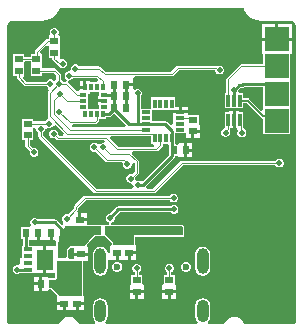
<source format=gbl>
G04*
G04 #@! TF.GenerationSoftware,Altium Limited,Altium Designer,22.10.1 (41)*
G04*
G04 Layer_Physical_Order=4*
G04 Layer_Color=16711680*
%FSLAX44Y44*%
%MOMM*%
G71*
G04*
G04 #@! TF.SameCoordinates,35C75811-A236-4261-A3B1-3B9E0A362E8F*
G04*
G04*
G04 #@! TF.FilePolarity,Positive*
G04*
G01*
G75*
%ADD12C,0.2500*%
%ADD20R,0.6000X0.7000*%
%ADD23R,0.3000X0.9900*%
%ADD25R,0.7000X0.6000*%
%ADD53R,2.0000X2.0000*%
%ADD61C,0.1100*%
%ADD63C,0.1250*%
%ADD66C,0.6000*%
%ADD67O,1.0000X2.2000*%
%ADD68O,1.0000X1.9000*%
%ADD69C,0.5000*%
%ADD75R,0.7500X0.3000*%
%ADD76R,1.4500X1.7500*%
%ADD77R,0.3000X0.8000*%
%ADD78R,0.8000X0.3000*%
%ADD79R,0.6000X0.3000*%
%ADD80R,0.3000X0.6000*%
%ADD81C,0.1650*%
G36*
X928343Y844136D02*
X929759Y841487D01*
X931664Y839164D01*
X933987Y837259D01*
X936636Y835843D01*
X939510Y834971D01*
X942500Y834676D01*
Y834696D01*
X967500D01*
X967544Y834705D01*
X969304Y834355D01*
X970833Y833333D01*
X971855Y831804D01*
X972205Y830044D01*
X972196Y830000D01*
Y580000D01*
X972165D01*
X972000Y579172D01*
X971531Y578469D01*
X970828Y578000D01*
X970000Y577835D01*
Y577804D01*
X928310D01*
X927643Y579413D01*
X926241Y581241D01*
X924413Y582643D01*
X922284Y583525D01*
X920000Y583825D01*
X920000Y583825D01*
X917716Y583525D01*
X915587Y582643D01*
X913759Y581241D01*
X912357Y579413D01*
X911691Y577804D01*
X898078D01*
X897471Y579804D01*
X897756Y579994D01*
X899137Y582061D01*
X899622Y584500D01*
Y593500D01*
X899137Y595939D01*
X897756Y598006D01*
X895689Y599387D01*
X893250Y599872D01*
X890811Y599387D01*
X888744Y598006D01*
X887363Y595939D01*
X886878Y593500D01*
Y584500D01*
X887363Y582061D01*
X888744Y579994D01*
X889028Y579804D01*
X888422Y577804D01*
X811578D01*
X810972Y579804D01*
X811256Y579994D01*
X812637Y582061D01*
X813122Y584500D01*
Y593500D01*
X812637Y595939D01*
X811256Y598006D01*
X809189Y599387D01*
X806750Y599872D01*
X804311Y599387D01*
X802244Y598006D01*
X800863Y595939D01*
X800378Y593500D01*
Y584500D01*
X800863Y582061D01*
X802244Y579994D01*
X802529Y579804D01*
X801922Y577804D01*
X788309D01*
X787643Y579413D01*
X786241Y581241D01*
X784413Y582643D01*
X782284Y583525D01*
X780000Y583825D01*
X777716Y583525D01*
X775587Y582643D01*
X773759Y581241D01*
X772357Y579413D01*
X771690Y577804D01*
X730000Y577804D01*
Y577835D01*
X729172Y578000D01*
X728469Y578469D01*
X728000Y579172D01*
X727835Y580000D01*
X727804D01*
Y830000D01*
X727795Y830044D01*
X728145Y831804D01*
X729167Y833333D01*
X730696Y834355D01*
X732456Y834705D01*
X732500Y834696D01*
X757500D01*
Y834676D01*
X760490Y834971D01*
X763364Y835843D01*
X766013Y837259D01*
X768336Y839164D01*
X770241Y841487D01*
X771657Y844136D01*
X772071Y845500D01*
X927929D01*
X928343Y844136D01*
D02*
G37*
%LPC*%
G36*
X768251Y828568D02*
X766760D01*
X765381Y827997D01*
X764326Y826942D01*
X763756Y825564D01*
Y824072D01*
X763889Y823750D01*
X762750Y821750D01*
X762750D01*
Y819335D01*
X762070D01*
X761368Y819195D01*
X760772Y818798D01*
X751508Y809533D01*
X751110Y808938D01*
X750971Y808236D01*
Y806750D01*
X747750D01*
Y804335D01*
X742250D01*
Y806750D01*
X732750D01*
Y798750D01*
X732750Y798250D01*
Y796750D01*
X732750Y796250D01*
Y788250D01*
X735665D01*
Y786918D01*
X735804Y786216D01*
X736202Y785621D01*
X741962Y779861D01*
X742557Y779463D01*
X743260Y779323D01*
X761078D01*
X761197Y779034D01*
X762252Y777980D01*
X762417Y777911D01*
X762895Y775561D01*
X762482Y775147D01*
X762084Y774552D01*
X761944Y773850D01*
Y753895D01*
X762084Y753193D01*
X762147Y753098D01*
X761831Y751415D01*
X761477Y750773D01*
X761249Y750679D01*
X760194Y749624D01*
X760074Y749335D01*
X749750D01*
Y751750D01*
X740250D01*
Y743750D01*
X740250Y743250D01*
Y741750D01*
X740250Y741250D01*
Y733250D01*
X743165D01*
Y728785D01*
X743305Y728083D01*
X743702Y727488D01*
X746871Y724319D01*
X746752Y724030D01*
Y722538D01*
X747322Y721160D01*
X748377Y720105D01*
X749756Y719534D01*
X751247D01*
X752626Y720105D01*
X753681Y721160D01*
X754252Y722538D01*
Y724030D01*
X753681Y725408D01*
X752626Y726463D01*
X751247Y727034D01*
X749756D01*
X749467Y726914D01*
X746835Y729546D01*
Y733250D01*
X749750D01*
Y741250D01*
X749750Y741750D01*
Y743250D01*
X749750Y743665D01*
X749782Y743974D01*
X750525Y744233D01*
X752375Y742759D01*
Y742379D01*
X752946Y741001D01*
X754001Y739946D01*
X754213Y739858D01*
Y736875D01*
X754359Y736143D01*
X754773Y735523D01*
X801195Y689101D01*
X801815Y688687D01*
X802547Y688541D01*
X852008D01*
X852739Y688687D01*
X853360Y689101D01*
X876523Y712265D01*
X954724D01*
X954812Y712052D01*
X955867Y710997D01*
X957245Y710426D01*
X958737D01*
X960116Y710997D01*
X961171Y712052D01*
X961741Y713430D01*
Y714922D01*
X961171Y716301D01*
X960116Y717355D01*
X958737Y717926D01*
X957245D01*
X955867Y717355D01*
X954812Y716301D01*
X954724Y716088D01*
X875731D01*
X874999Y715943D01*
X874379Y715528D01*
X851216Y692365D01*
X846369D01*
X845540Y694365D01*
X869186Y718011D01*
X869739Y718838D01*
X869933Y719813D01*
X870370Y720250D01*
X871994D01*
X873460Y718960D01*
X874716Y718960D01*
X877730D01*
Y725000D01*
Y731040D01*
X873460D01*
X872071Y729817D01*
X870250Y730376D01*
Y739750D01*
X878960D01*
Y735460D01*
X883730D01*
Y741000D01*
X885000D01*
Y742270D01*
X891040D01*
Y746540D01*
X889750Y746750D01*
Y755250D01*
X881040D01*
Y756230D01*
X874500D01*
X867960D01*
Y753460D01*
X867960D01*
Y751540D01*
X867960D01*
Y746832D01*
X866112Y746067D01*
X862877Y749302D01*
X862050Y749855D01*
X861074Y750049D01*
X850750D01*
Y759250D01*
X867960D01*
Y758770D01*
X873230D01*
Y761540D01*
X870250D01*
Y769750D01*
X849750D01*
Y760250D01*
X840799D01*
Y770388D01*
X841429Y771018D01*
X842000Y772397D01*
Y773888D01*
X841429Y775267D01*
X840374Y776322D01*
X838996Y776893D01*
X837504D01*
X836126Y776322D01*
X836040Y776236D01*
X834040Y777064D01*
Y779230D01*
X828500D01*
Y781770D01*
X834040D01*
Y785582D01*
X834040Y786540D01*
X835608Y787582D01*
X867378D01*
X868110Y787728D01*
X868730Y788142D01*
X873224Y792636D01*
X903815D01*
Y792171D01*
X904386Y790793D01*
X905441Y789738D01*
X906820Y789167D01*
X908311D01*
X909690Y789738D01*
X910744Y790793D01*
X911315Y792171D01*
Y793663D01*
X910744Y795041D01*
X909690Y796096D01*
X908311Y796667D01*
X906820D01*
X905796Y796243D01*
X905690Y796314D01*
X904958Y796460D01*
X872432D01*
X871701Y796314D01*
X871080Y795900D01*
X866586Y791406D01*
X811088D01*
X807135Y795359D01*
X806515Y795773D01*
X805783Y795919D01*
X788868D01*
X788781Y796131D01*
X787726Y797186D01*
X786347Y797757D01*
X784855D01*
X783477Y797186D01*
X782422Y796131D01*
X781851Y794753D01*
Y793677D01*
X781502Y792957D01*
X780261Y791874D01*
X779485D01*
X778107Y791303D01*
X777052Y790248D01*
X776481Y788870D01*
Y787378D01*
X777052Y786000D01*
X777926Y785126D01*
X778186Y784639D01*
X776839Y782807D01*
X774983D01*
X774863Y783096D01*
X773808Y784151D01*
X773133Y784431D01*
Y789108D01*
X772993Y789811D01*
X772595Y790406D01*
X769204Y793798D01*
X768608Y794196D01*
X767906Y794335D01*
X757456D01*
X757250Y796335D01*
X757250Y798250D01*
X757250Y798750D01*
Y806750D01*
X756744D01*
X755916Y808750D01*
X760986Y813821D01*
X762750Y813091D01*
Y811750D01*
X762750Y811250D01*
Y803250D01*
X765695D01*
Y802398D01*
X765835Y801695D01*
X766232Y801100D01*
X770113Y797219D01*
X770709Y796821D01*
X771364Y796691D01*
X771609Y796100D01*
X772664Y795045D01*
X774042Y794474D01*
X775534D01*
X776912Y795045D01*
X777967Y796100D01*
X778538Y797479D01*
Y798970D01*
X777967Y800349D01*
X776912Y801404D01*
X775534Y801974D01*
X774042D01*
X773675Y801823D01*
X772212Y803150D01*
X772250Y803250D01*
X772250D01*
Y811250D01*
X772250Y811750D01*
Y813250D01*
X772250Y813750D01*
Y821750D01*
X772250D01*
X771122Y823750D01*
X771256Y824072D01*
Y825564D01*
X770685Y826942D01*
X769630Y827997D01*
X768251Y828568D01*
D02*
G37*
G36*
X968540Y831540D02*
X957270D01*
Y820270D01*
X968540D01*
Y831540D01*
D02*
G37*
G36*
X954730D02*
X943460D01*
Y820270D01*
X954730D01*
Y831540D01*
D02*
G37*
G36*
X881040Y761540D02*
X875770D01*
Y758770D01*
X881040D01*
Y761540D01*
D02*
G37*
G36*
X956000Y819000D02*
D01*
Y817730D01*
X943460D01*
Y806460D01*
X944750D01*
Y797835D01*
X926072D01*
X925370Y797696D01*
X924775Y797298D01*
X913705Y786228D01*
X913307Y785633D01*
X913167Y784930D01*
Y773250D01*
X912250D01*
Y760850D01*
X927750D01*
Y764934D01*
X930548D01*
X942996Y752487D01*
X943682Y752029D01*
X944492Y751868D01*
X944750D01*
Y738750D01*
X967250D01*
Y761250D01*
X967250D01*
Y761750D01*
X967250D01*
Y784250D01*
X967250D01*
Y784750D01*
X967250D01*
Y806460D01*
X968540D01*
Y817730D01*
X956000D01*
Y819000D01*
D02*
G37*
G36*
X918730Y758440D02*
X915960D01*
Y757150D01*
X912250D01*
Y744750D01*
X911086Y743232D01*
X910568Y743017D01*
X909513Y741963D01*
X908943Y740584D01*
Y739092D01*
X909513Y737714D01*
X910568Y736659D01*
X911947Y736088D01*
X913438D01*
X914817Y736659D01*
X915872Y737714D01*
X916443Y739092D01*
Y740584D01*
X916014Y741619D01*
X916298Y741903D01*
X916696Y742499D01*
X916835Y743201D01*
Y743460D01*
X918730D01*
Y750950D01*
Y758440D01*
D02*
G37*
G36*
X924040D02*
X921270D01*
Y750950D01*
Y743460D01*
X922106D01*
X922625Y742700D01*
X923122Y741460D01*
X922683Y740402D01*
Y738910D01*
X923254Y737532D01*
X924309Y736477D01*
X925687Y735906D01*
X927179D01*
X928558Y736477D01*
X929612Y737532D01*
X930183Y738910D01*
Y740402D01*
X929612Y741780D01*
X928558Y742835D01*
X928369Y742913D01*
X927750Y744750D01*
X927750Y744750D01*
X927750Y744750D01*
Y757150D01*
X924040D01*
Y758440D01*
D02*
G37*
G36*
X891040Y739730D02*
X886270D01*
Y735460D01*
X891040D01*
Y739730D01*
D02*
G37*
G36*
X880270Y731040D02*
Y726270D01*
X884540D01*
Y731040D01*
X880270D01*
D02*
G37*
G36*
X884540Y723730D02*
X880270D01*
Y718960D01*
X884540D01*
Y723730D01*
D02*
G37*
G36*
X869405Y688295D02*
X867913D01*
X866535Y687724D01*
X865480Y686669D01*
X865392Y686457D01*
X793725D01*
X792994Y686311D01*
X792373Y685897D01*
X784870Y678393D01*
X784455Y677773D01*
X784310Y677041D01*
Y676013D01*
X778958Y670662D01*
X778746Y670750D01*
X777254D01*
X775876Y670179D01*
X774821Y669124D01*
X774250Y667746D01*
Y666254D01*
X774821Y664876D01*
X775090Y664607D01*
X775010Y662180D01*
X774370Y661685D01*
X773670Y661883D01*
X769750Y665802D01*
X768923Y666355D01*
X767948Y666549D01*
X753754D01*
X753124Y667179D01*
X751746Y667750D01*
X750254D01*
X748876Y667179D01*
X747821Y666124D01*
X747250Y664746D01*
Y663254D01*
X747821Y661876D01*
X747947Y661750D01*
X747118Y659750D01*
X739750D01*
Y650250D01*
X741451D01*
Y643750D01*
X740254D01*
Y638250D01*
X740254D01*
Y637900D01*
X740254D01*
Y633390D01*
X738964D01*
Y629000D01*
X736964Y627664D01*
X736912Y627685D01*
X735421D01*
X734042Y627114D01*
X732987Y626059D01*
X732416Y624681D01*
Y623189D01*
X732987Y621811D01*
X734042Y620756D01*
X735421Y620185D01*
X736912D01*
X738291Y620756D01*
X740254Y620750D01*
Y620750D01*
X750254D01*
Y620960D01*
X758484D01*
Y632250D01*
Y643540D01*
X750254D01*
Y643750D01*
X746549D01*
Y648745D01*
X748460Y648960D01*
X748460Y648960D01*
X752730D01*
Y655000D01*
X755270D01*
Y648960D01*
X763730D01*
Y655000D01*
X766270D01*
Y648960D01*
X768218D01*
X768671Y648425D01*
X769321Y646960D01*
X769118Y646471D01*
Y643540D01*
X761023D01*
Y632250D01*
Y620960D01*
X768647D01*
X768647Y617159D01*
X768238Y616750D01*
X763006D01*
X761540Y618040D01*
X760284Y618040D01*
X757270D01*
Y612000D01*
Y605960D01*
X761540D01*
X763006Y607250D01*
X764837D01*
X769668Y602419D01*
X769960Y600540D01*
X769960Y599284D01*
Y596270D01*
X776000D01*
Y595000D01*
X777270D01*
Y589460D01*
X785730D01*
Y595000D01*
X787000D01*
Y596270D01*
X793040D01*
Y599284D01*
X793040Y600540D01*
X792353Y602255D01*
X792353Y602540D01*
Y631460D01*
X796040D01*
Y635730D01*
X790000D01*
X783960D01*
Y632850D01*
X780385D01*
X779353Y634573D01*
Y640440D01*
X781653Y642740D01*
X782043D01*
X783960Y642540D01*
Y638270D01*
X790000D01*
X796040D01*
Y642540D01*
X796040D01*
X795498Y644540D01*
X802104Y652134D01*
X807000D01*
X807280Y652250D01*
X808250Y652250D01*
X810429Y652250D01*
X816187Y646872D01*
X816187Y645032D01*
X814960Y643540D01*
X814960Y642284D01*
Y638014D01*
X812960Y637817D01*
X812637Y639439D01*
X811256Y641506D01*
X809189Y642887D01*
X806750Y643372D01*
X804311Y642887D01*
X802244Y641506D01*
X800863Y639439D01*
X800378Y637000D01*
Y625000D01*
X800863Y622561D01*
X802244Y620494D01*
X804311Y619113D01*
X806750Y618628D01*
X809189Y619113D01*
X811256Y620494D01*
X812637Y622561D01*
X813122Y625000D01*
Y632068D01*
X814960Y632460D01*
X815123Y632460D01*
X819730D01*
Y638000D01*
X822270D01*
Y632460D01*
X829730D01*
Y638000D01*
X831000D01*
Y639270D01*
X837040D01*
Y642284D01*
X837040Y643540D01*
X836353Y645255D01*
X836353Y645540D01*
Y651552D01*
X876424D01*
X876894Y651747D01*
X877367Y651935D01*
X877371Y651945D01*
X877381Y651949D01*
X877576Y652418D01*
X877777Y652886D01*
X877874Y659516D01*
X877872Y659520D01*
X877874Y659525D01*
X877681Y660001D01*
X877492Y660478D01*
X877487Y660480D01*
X877485Y660485D01*
X876593Y661390D01*
X876589Y661392D01*
X876587Y661397D01*
X876112Y661593D01*
X875640Y661793D01*
X875635Y661791D01*
X875630Y661793D01*
X815850D01*
X815746Y663750D01*
X816154Y663919D01*
X817124Y664321D01*
X818179Y665376D01*
X818750Y666754D01*
Y668149D01*
X823052Y672451D01*
X866246D01*
X866876Y671821D01*
X868254Y671250D01*
X869746D01*
X871124Y671821D01*
X872179Y672876D01*
X872750Y674254D01*
Y675746D01*
X872179Y677124D01*
X871124Y678179D01*
X869746Y678750D01*
X868254D01*
X866876Y678179D01*
X866246Y677549D01*
X821997D01*
X821021Y677355D01*
X820194Y676802D01*
X814642Y671250D01*
X814254D01*
X812876Y670679D01*
X811821Y669624D01*
X811250Y668246D01*
Y666754D01*
X811821Y665376D01*
X812876Y664321D01*
X813846Y663919D01*
X814254Y663750D01*
X814150Y661793D01*
X811000D01*
X810897Y661750D01*
X809750Y661750D01*
X808250D01*
X807750Y661750D01*
X807134D01*
X807000Y661805D01*
X795040D01*
Y664730D01*
X789000D01*
Y666000D01*
X787730D01*
Y671846D01*
X787091Y673388D01*
X787573Y673870D01*
X787988Y674490D01*
X788133Y675221D01*
Y676249D01*
X794517Y682633D01*
X865392D01*
X865480Y682421D01*
X866535Y681366D01*
X867913Y680795D01*
X869405D01*
X870783Y681366D01*
X871838Y682421D01*
X872409Y683799D01*
Y685291D01*
X871838Y686669D01*
X870783Y687724D01*
X869405Y688295D01*
D02*
G37*
G36*
X795040Y671540D02*
X790270D01*
Y667270D01*
X795040D01*
Y671540D01*
D02*
G37*
G36*
X837040Y636730D02*
X832270D01*
Y632460D01*
X837040D01*
Y636730D01*
D02*
G37*
G36*
X879845Y630250D02*
X878155D01*
X876593Y629603D01*
X875397Y628407D01*
X874750Y626845D01*
Y625155D01*
X875397Y623593D01*
X876593Y622397D01*
X878155Y621750D01*
X879845D01*
X881407Y622397D01*
X882603Y623593D01*
X883250Y625155D01*
Y626845D01*
X882603Y628407D01*
X881407Y629603D01*
X879845Y630250D01*
D02*
G37*
G36*
X821845D02*
X820155D01*
X818593Y629603D01*
X817397Y628407D01*
X816750Y626845D01*
Y625155D01*
X817397Y623593D01*
X818593Y622397D01*
X820155Y621750D01*
X821845D01*
X823407Y622397D01*
X824603Y623593D01*
X825250Y625155D01*
Y626845D01*
X824603Y628407D01*
X823407Y629603D01*
X821845Y630250D01*
D02*
G37*
G36*
X893250Y643372D02*
X890811Y642887D01*
X888744Y641506D01*
X887363Y639439D01*
X886878Y637000D01*
Y625000D01*
X887363Y622561D01*
X888744Y620494D01*
X890811Y619113D01*
X893250Y618628D01*
X895689Y619113D01*
X897756Y620494D01*
X899137Y622561D01*
X899622Y625000D01*
Y637000D01*
X899137Y639439D01*
X897756Y641506D01*
X895689Y642887D01*
X893250Y643372D01*
D02*
G37*
G36*
X754730Y618040D02*
X750460D01*
Y613270D01*
X754730D01*
Y618040D01*
D02*
G37*
G36*
X838246Y628750D02*
X836754D01*
X835376Y628179D01*
X834321Y627124D01*
X833750Y625746D01*
Y624254D01*
X834321Y622876D01*
X835376Y621821D01*
X835665Y621701D01*
Y619250D01*
X832750D01*
Y612006D01*
X831460Y610540D01*
X831460Y609284D01*
Y606270D01*
X837500D01*
X843540D01*
Y610540D01*
X842250Y612006D01*
Y619250D01*
X839335D01*
Y621701D01*
X839624Y621821D01*
X840679Y622876D01*
X841250Y624254D01*
Y625746D01*
X840679Y627124D01*
X839624Y628179D01*
X838246Y628750D01*
D02*
G37*
G36*
X754730Y610730D02*
X750460D01*
Y605960D01*
X754730D01*
Y610730D01*
D02*
G37*
G36*
X865739Y628867D02*
X864247D01*
X862869Y628296D01*
X861814Y627241D01*
X861243Y625863D01*
Y624371D01*
X861814Y622993D01*
X862869Y621938D01*
X863158Y621818D01*
Y619250D01*
X860250D01*
Y612006D01*
X858960Y610540D01*
X858960Y609284D01*
Y606270D01*
X865000D01*
Y605000D01*
D01*
Y606270D01*
X871040D01*
Y610540D01*
X869750Y612006D01*
Y619250D01*
X866828D01*
Y621818D01*
X867117Y621938D01*
X868172Y622993D01*
X868743Y624371D01*
Y625863D01*
X868172Y627241D01*
X867117Y628296D01*
X865739Y628867D01*
D02*
G37*
G36*
X871040Y603730D02*
X866270D01*
Y599460D01*
X871040D01*
Y603730D01*
D02*
G37*
G36*
X863730D02*
X858960D01*
Y599460D01*
X863730D01*
Y603730D01*
D02*
G37*
G36*
X843540Y603730D02*
X838770D01*
Y599460D01*
X843540D01*
Y603730D01*
D02*
G37*
G36*
X836230D02*
X831460D01*
Y599460D01*
X836230D01*
Y603730D01*
D02*
G37*
G36*
X793040Y593730D02*
X788270D01*
Y589460D01*
X793040D01*
Y593730D01*
D02*
G37*
G36*
X774730Y593730D02*
X769960D01*
Y589460D01*
X774730D01*
Y593730D01*
D02*
G37*
%LPD*%
G36*
X747750Y798665D02*
X747750Y796750D01*
X747750Y796250D01*
Y788250D01*
X757250D01*
Y790665D01*
X767146D01*
X769462Y788348D01*
Y784441D01*
X767669Y783554D01*
X766817Y784022D01*
X766501Y784338D01*
X765122Y784909D01*
X763631D01*
X762252Y784338D01*
X761197Y783283D01*
X761078Y782994D01*
X744020D01*
X740764Y786250D01*
X741592Y788250D01*
X742250D01*
Y796250D01*
X742250Y796750D01*
Y798250D01*
X742250Y798665D01*
X742456Y800665D01*
X747544D01*
X747750Y798665D01*
D02*
G37*
G36*
X804972Y784750D02*
X804144Y782750D01*
X797540D01*
Y784040D01*
X794770D01*
Y778500D01*
X793500D01*
Y777230D01*
X789460D01*
Y775689D01*
X787460Y774855D01*
X786012Y775382D01*
X779747Y781647D01*
X779356Y782038D01*
X779072Y782585D01*
X780445Y784374D01*
X780977D01*
X782355Y784945D01*
X783410Y786000D01*
X783530Y786289D01*
X803433D01*
X804972Y784750D01*
D02*
G37*
G36*
X805750Y771040D02*
X804460D01*
Y768270D01*
X810000D01*
Y765730D01*
X804460D01*
Y762960D01*
X805750D01*
Y759750D01*
X796250D01*
Y764250D01*
Y769250D01*
Y772960D01*
X797540D01*
Y774250D01*
X805750D01*
Y771040D01*
D02*
G37*
G36*
X828560Y746335D02*
X827731Y744335D01*
X782876D01*
X782401Y745011D01*
X783439Y747010D01*
X801848D01*
X802551Y747150D01*
X803146Y747548D01*
X804793Y749195D01*
X805191Y749791D01*
X805331Y750493D01*
Y751250D01*
X811250D01*
Y752951D01*
X814000D01*
X814975Y753145D01*
X815802Y753698D01*
X817855Y755750D01*
X819145D01*
X828560Y746335D01*
D02*
G37*
G36*
X775615Y739464D02*
X774787Y737464D01*
X772684D01*
X770837Y738004D01*
Y739496D01*
X770266Y740874D01*
X769211Y741929D01*
X767833Y742500D01*
X766341D01*
X764962Y741929D01*
X763907Y740874D01*
X763337Y739496D01*
Y738004D01*
X763907Y736626D01*
X764962Y735571D01*
X766341Y735000D01*
X767833D01*
X768161Y735136D01*
X769096Y734200D01*
X769717Y733786D01*
X770448Y733640D01*
X809970D01*
X810335Y733106D01*
X810170Y732610D01*
X809174Y731259D01*
X808230D01*
X806852Y730688D01*
X806430Y730265D01*
X805024Y729918D01*
X803920Y730327D01*
X803411Y730835D01*
X802033Y731406D01*
X800541D01*
X799163Y730835D01*
X798108Y729781D01*
X797537Y728402D01*
Y726910D01*
X798108Y725532D01*
X799163Y724477D01*
X800541Y723906D01*
X802033D01*
X802087Y723929D01*
X810569Y715446D01*
X811189Y715032D01*
X811921Y714886D01*
X823870D01*
X825621Y713887D01*
Y712395D01*
X826192Y711017D01*
X827247Y709962D01*
X828625Y709391D01*
X830117D01*
X831495Y709962D01*
X832550Y711017D01*
X833121Y712395D01*
Y713460D01*
X834214Y714300D01*
X834969Y714585D01*
X835588Y714132D01*
Y706792D01*
X833458Y704662D01*
X833246Y704750D01*
X831754D01*
X830376Y704179D01*
X829321Y703124D01*
X828750Y701746D01*
Y700254D01*
X829321Y698876D01*
X830376Y697821D01*
X831754Y697250D01*
X832903D01*
X833653Y696778D01*
X834620Y695654D01*
Y694676D01*
X834749Y694365D01*
X833511Y692365D01*
X803339D01*
X758037Y737667D01*
Y739858D01*
X758249Y739946D01*
X759304Y741001D01*
X759875Y742379D01*
Y742890D01*
X760254Y743285D01*
X761780Y744101D01*
X762627Y743750D01*
X764119D01*
X765498Y744321D01*
X766552Y745376D01*
X766647Y745604D01*
X768971Y746108D01*
X775615Y739464D01*
D02*
G37*
G36*
X849750Y730250D02*
X850905D01*
X851974Y728250D01*
X851741Y727902D01*
X821802D01*
X814465Y735238D01*
X815294Y737238D01*
X849750D01*
Y730250D01*
D02*
G37*
G36*
X864750Y729750D02*
Y720784D01*
X842776Y698811D01*
X840494Y698601D01*
X839116Y699172D01*
X837967D01*
X837217Y699644D01*
X836250Y700768D01*
Y701746D01*
X836162Y701958D01*
X838852Y704648D01*
X839266Y705268D01*
X839412Y706000D01*
Y715500D01*
X839266Y716232D01*
X838852Y716852D01*
X833625Y722078D01*
X834454Y724078D01*
X853990D01*
X854721Y724224D01*
X855342Y724638D01*
X858852Y728148D01*
X859266Y728768D01*
X859412Y729500D01*
Y730250D01*
X862957D01*
X864750Y729750D01*
D02*
G37*
%LPC*%
G36*
X792230Y784040D02*
X789460D01*
Y779770D01*
X792230D01*
Y784040D01*
D02*
G37*
%LPD*%
G36*
X944750Y761750D02*
X944750D01*
Y761250D01*
X944750D01*
Y759330D01*
X942902Y758565D01*
X932921Y768546D01*
X932234Y769005D01*
X931425Y769166D01*
X927750D01*
Y773250D01*
X924546D01*
X923274Y775250D01*
X923379Y775504D01*
Y775719D01*
X925298Y777638D01*
X926299D01*
X927274Y777832D01*
X928102Y778384D01*
X928130Y778413D01*
X944750D01*
Y761750D01*
D02*
G37*
G36*
X807000Y653487D02*
X801487D01*
X793316Y644093D01*
X781093D01*
X778000Y641000D01*
Y634573D01*
X770471D01*
Y646471D01*
X772000Y648000D01*
Y652736D01*
X772708Y653029D01*
X773270Y653149D01*
X774025Y652645D01*
X775000Y652451D01*
X775975Y652645D01*
X776802Y653198D01*
X777355Y654025D01*
X777549Y655000D01*
X777355Y655975D01*
X776802Y656802D01*
X775799Y657806D01*
Y658698D01*
X775703Y659183D01*
X776387Y660278D01*
X776612Y660452D01*
X807000D01*
Y653487D01*
D02*
G37*
G36*
X876521Y659535D02*
X876424Y652905D01*
X835000D01*
Y645000D01*
X817540D01*
Y647460D01*
X811000Y653568D01*
Y660440D01*
X875630D01*
X876521Y659535D01*
D02*
G37*
G36*
X791000Y602000D02*
X772000D01*
X765000Y609000D01*
Y615000D01*
X768402D01*
X770000Y616598D01*
X770000Y624000D01*
Y631497D01*
X791000D01*
Y602000D01*
D02*
G37*
D12*
X736166Y623935D02*
X736384Y623717D01*
X745036D01*
X745254Y623500D01*
X744000Y641250D02*
Y655000D01*
X744250Y641000D02*
X745254D01*
X744000Y641250D02*
X744250Y641000D01*
X919629Y776250D02*
X919815Y776065D01*
Y767235D02*
Y776065D01*
X924242Y780187D02*
X926299D01*
X927074Y780962D01*
X919815Y767235D02*
X920000Y767050D01*
X920306Y776250D02*
X924242Y780187D01*
X919629Y776250D02*
X920306D01*
X828500Y770500D02*
Y780500D01*
Y760500D02*
Y770500D01*
X815000Y668003D02*
X821997Y675000D01*
X815000Y667500D02*
Y668003D01*
X821997Y675000D02*
X869000D01*
X814000Y755500D02*
X818500Y760000D01*
Y760500D02*
Y770500D01*
X808500Y755500D02*
X814000D01*
X867517Y727983D02*
X870000Y725500D01*
X867517Y727983D02*
Y735483D01*
X818500Y760000D02*
Y760500D01*
X773250Y656750D02*
X775000Y655000D01*
X767948Y664000D02*
X773250Y658698D01*
X751000Y664000D02*
X767948D01*
X773250Y656750D02*
Y658698D01*
X867385Y735614D02*
X867447Y735553D01*
X867385Y735614D02*
Y741189D01*
X861074Y747500D02*
X867385Y741189D01*
X845500Y747500D02*
X861074D01*
X838250D02*
X845500D01*
X831000D02*
X838250D01*
Y773143D01*
X927074Y780962D02*
X948038D01*
X956000Y773000D01*
X810250Y771750D02*
X817250D01*
X818500Y770500D01*
X810000Y772000D02*
X810250Y771750D01*
X818500Y770500D02*
Y780500D01*
Y760000D02*
X831000Y747500D01*
X842993Y695422D02*
X867384Y719813D01*
X838370Y695422D02*
X842993D01*
X867384Y723384D02*
X869000Y725000D01*
X867384Y719813D02*
Y723384D01*
D20*
X744000Y655000D02*
D03*
X754000D02*
D03*
X818500Y760500D02*
D03*
X828500D02*
D03*
X818500Y780500D02*
D03*
X828500D02*
D03*
X818500Y770500D02*
D03*
X828500D02*
D03*
X869000Y725000D02*
D03*
X879000D02*
D03*
X766000Y612000D02*
D03*
X756000D02*
D03*
X775000Y655000D02*
D03*
X765000D02*
D03*
X804000Y657000D02*
D03*
X814000D02*
D03*
D23*
X925000Y750950D02*
D03*
X920000D02*
D03*
X915000D02*
D03*
Y767050D02*
D03*
X920000D02*
D03*
X925000D02*
D03*
D25*
X767500Y807500D02*
D03*
Y817500D02*
D03*
X752500Y792500D02*
D03*
Y802500D02*
D03*
X737500Y792500D02*
D03*
Y802500D02*
D03*
X745000Y737500D02*
D03*
Y747500D02*
D03*
X821000Y638000D02*
D03*
Y648000D02*
D03*
X776000Y595000D02*
D03*
Y605000D02*
D03*
X787000Y595000D02*
D03*
Y605000D02*
D03*
X885000Y741000D02*
D03*
Y751000D02*
D03*
X790000Y647000D02*
D03*
Y637000D02*
D03*
X789000Y656000D02*
D03*
Y666000D02*
D03*
X831000Y648000D02*
D03*
Y638000D02*
D03*
X865000Y605000D02*
D03*
Y615000D02*
D03*
X837500Y605000D02*
D03*
Y615000D02*
D03*
D53*
X956000Y750000D02*
D03*
Y773000D02*
D03*
Y819000D02*
D03*
Y796000D02*
D03*
D61*
X745000Y728785D02*
Y737500D01*
Y728785D02*
X750502Y723284D01*
X915003Y784930D02*
X926072Y796000D01*
X915003Y767053D02*
Y784930D01*
X745000Y747500D02*
X763373D01*
X745000Y747500D02*
X745000Y747500D01*
X763779Y753895D02*
Y773850D01*
X778601Y739074D02*
X850582D01*
X763779Y753895D02*
X778601Y739074D01*
X763779Y773850D02*
X770902Y780972D01*
X752500Y792500D02*
X767906D01*
X771298Y781268D02*
Y789108D01*
X767906Y792500D02*
X771298Y789108D01*
X770902Y780972D02*
X777826D01*
X786798Y772000D01*
X752806Y808236D02*
X762070Y817500D01*
X752500Y802500D02*
X752806Y802806D01*
Y808236D01*
X762070Y817500D02*
X767076D01*
Y817924D02*
X767500Y817500D01*
X737500Y802500D02*
X752500D01*
X767076Y824388D02*
X767506Y824818D01*
X767076Y817924D02*
Y824388D01*
X767530Y802398D02*
X771411Y798517D01*
X774496D02*
X774788Y798224D01*
X771411Y798517D02*
X774496D01*
X767530Y802398D02*
Y807500D01*
X737500Y786918D02*
Y792500D01*
X743260Y781159D02*
X764376D01*
X737500Y786918D02*
X743260Y781159D01*
X767348Y756058D02*
Y767681D01*
X772167Y772500D01*
X767348Y756058D02*
X780906Y742500D01*
X786798Y772000D02*
X792000D01*
X850582Y739074D02*
X850706Y738950D01*
X851550D02*
X852500Y738000D01*
X850706Y738950D02*
X851550D01*
X852500Y735500D02*
Y738000D01*
X780906Y742500D02*
X845500D01*
X772500Y772500D02*
X778000Y767000D01*
X792000D01*
X804193Y788124D02*
X808614Y783703D01*
X780231Y788124D02*
X804193D01*
X771987Y757500D02*
X780641Y748846D01*
X801848D02*
X803496Y750493D01*
X780641Y748846D02*
X801848D01*
X803496Y750493D02*
Y755496D01*
X808614Y778614D02*
Y783703D01*
X808500Y778500D02*
X808614Y778614D01*
X915000Y743201D02*
Y750950D01*
X912693Y740894D02*
X915000Y743201D01*
X912693Y739838D02*
Y740894D01*
X925000Y750950D02*
X925717Y750233D01*
Y740373D02*
X926433Y739656D01*
X925717Y740373D02*
Y750233D01*
X926072Y796000D02*
X956000D01*
X864993Y615007D02*
Y625117D01*
Y615007D02*
X865000Y615000D01*
X837500D02*
Y625000D01*
D63*
X821010Y725990D02*
X853990D01*
X857500Y729500D01*
X811448Y735552D02*
X821010Y725990D01*
X808976Y727509D02*
X814485Y722000D01*
X831000D02*
X837500Y715500D01*
X814485Y722000D02*
X831000D01*
X872432Y794548D02*
X904958D01*
X906589Y792917D01*
X907565D01*
X756125Y736875D02*
Y743125D01*
X767250Y738750D02*
X770448Y735552D01*
X811448D01*
X811921Y716798D02*
X826369D01*
X801287Y727432D02*
X811921Y716798D01*
X801287Y727432D02*
Y727656D01*
X837500Y706000D02*
Y715500D01*
X785601Y794007D02*
X805783D01*
X810296Y789494D02*
X867378D01*
X872432Y794548D01*
X805783Y794007D02*
X810296Y789494D01*
X875731Y714176D02*
X957991D01*
X802547Y690453D02*
X852008D01*
X875731Y714176D01*
X778000Y667000D02*
X786221Y675221D01*
Y677041D02*
X793725Y684545D01*
X786221Y675221D02*
Y677041D01*
X793725Y684545D02*
X868659D01*
X756125Y736875D02*
X802547Y690453D01*
X832500Y701000D02*
X837500Y706000D01*
X767087Y738750D02*
X767250D01*
X883500Y752500D02*
X885000Y751000D01*
X874500Y752500D02*
X883500D01*
X857500Y729500D02*
Y735500D01*
X826369Y716798D02*
X829371Y713796D01*
Y713141D02*
Y713796D01*
D66*
X879000Y626000D02*
D03*
X821000D02*
D03*
D67*
X806750Y631000D02*
D03*
X893250D02*
D03*
D68*
Y589000D02*
D03*
X806750D02*
D03*
D69*
X860699Y724435D02*
D03*
X856068Y621510D02*
D03*
X840651Y702164D02*
D03*
X829654Y731839D02*
D03*
X736166Y623935D02*
D03*
X756000Y627000D02*
D03*
X764000D02*
D03*
Y638000D02*
D03*
X756000D02*
D03*
X734977Y616068D02*
D03*
Y606068D02*
D03*
X750502Y723284D02*
D03*
X743977Y705068D02*
D03*
Y716068D02*
D03*
X757415Y719675D02*
D03*
X745209Y786306D02*
D03*
X744980Y796748D02*
D03*
X786000Y835000D02*
D03*
X771976Y838068D02*
D03*
X843000Y796000D02*
D03*
Y804000D02*
D03*
X843977Y819068D02*
D03*
Y829068D02*
D03*
X833977Y806068D02*
D03*
Y814068D02*
D03*
X829180Y840097D02*
D03*
X793000Y806000D02*
D03*
X861888Y754406D02*
D03*
X874000Y782000D02*
D03*
X908888Y772406D02*
D03*
X909000Y766000D02*
D03*
X919629Y776250D02*
D03*
X907565Y792917D02*
D03*
X908704Y799063D02*
D03*
X909000Y745000D02*
D03*
Y752000D02*
D03*
Y759000D02*
D03*
X900330Y735401D02*
D03*
X906663Y726936D02*
D03*
X763373Y747500D02*
D03*
X756125Y743125D02*
D03*
X759364Y752424D02*
D03*
X765935Y787781D02*
D03*
X771684Y780972D02*
D03*
X764964Y797366D02*
D03*
X767506Y824818D02*
D03*
X774788Y798224D02*
D03*
X764376Y781159D02*
D03*
X772246Y772500D02*
D03*
X801287Y727656D02*
D03*
X808976Y727509D02*
D03*
X780231Y788124D02*
D03*
X785601Y794007D02*
D03*
X903000Y782000D02*
D03*
X881000D02*
D03*
X889000D02*
D03*
X896000D02*
D03*
X771987Y757500D02*
D03*
X737500Y817500D02*
D03*
X893653Y759143D02*
D03*
X892056Y731862D02*
D03*
X899899Y720088D02*
D03*
X919809Y740812D02*
D03*
X800185Y828731D02*
D03*
X897500Y842500D02*
D03*
X907500D02*
D03*
X917500D02*
D03*
X841680Y842597D02*
D03*
X821680D02*
D03*
X814180D02*
D03*
X857842Y807250D02*
D03*
X737500Y722500D02*
D03*
X930342Y704750D02*
D03*
X950342Y679750D02*
D03*
X950000Y667500D02*
D03*
X927882Y729270D02*
D03*
X950342Y729750D02*
D03*
Y699750D02*
D03*
Y689750D02*
D03*
X940342Y697250D02*
D03*
X880342Y707250D02*
D03*
X905342D02*
D03*
X892842Y662250D02*
D03*
X910342D02*
D03*
Y649750D02*
D03*
Y637250D02*
D03*
Y624750D02*
D03*
X962842Y637250D02*
D03*
Y647250D02*
D03*
X949832Y650642D02*
D03*
X950015Y634897D02*
D03*
X950381Y617869D02*
D03*
X936649Y605786D02*
D03*
X965000Y585000D02*
D03*
X945000D02*
D03*
X832500Y680000D02*
D03*
X932798Y772177D02*
D03*
X902842Y807250D02*
D03*
X880342D02*
D03*
X902842Y822250D02*
D03*
X880342D02*
D03*
X857500Y822500D02*
D03*
X887500Y842500D02*
D03*
X875000D02*
D03*
X862500D02*
D03*
X852500D02*
D03*
X832500Y832500D02*
D03*
X869720Y586750D02*
D03*
X827842Y587250D02*
D03*
X895342Y609750D02*
D03*
X880342D02*
D03*
X850000Y610000D02*
D03*
X815000D02*
D03*
X797842Y609750D02*
D03*
X747842Y584750D02*
D03*
X735000Y585000D02*
D03*
Y595000D02*
D03*
X734000Y647000D02*
D03*
Y663000D02*
D03*
Y677000D02*
D03*
X737500Y690000D02*
D03*
Y710000D02*
D03*
Y757500D02*
D03*
Y767500D02*
D03*
Y700000D02*
D03*
Y777500D02*
D03*
X750000Y817500D02*
D03*
X737500Y827500D02*
D03*
X760000D02*
D03*
X779000Y835000D02*
D03*
X795000Y842500D02*
D03*
Y835000D02*
D03*
X750000Y827500D02*
D03*
X743271Y665627D02*
D03*
X912500Y720000D02*
D03*
X932500Y757500D02*
D03*
X892500Y675000D02*
D03*
Y685000D02*
D03*
Y695000D02*
D03*
X887500Y720000D02*
D03*
X862500Y707500D02*
D03*
X787500Y692500D02*
D03*
X766153Y711643D02*
D03*
X838000Y782000D02*
D03*
X802500Y667500D02*
D03*
X815000D02*
D03*
X822500D02*
D03*
X812652Y749848D02*
D03*
X801153Y764143D02*
D03*
X801000Y771886D02*
D03*
X780000Y692500D02*
D03*
X840000Y665000D02*
D03*
X812500Y817500D02*
D03*
Y825000D02*
D03*
X782750Y843000D02*
D03*
X874000Y665000D02*
D03*
X844000Y623000D02*
D03*
X770771Y668127D02*
D03*
X751000Y664000D02*
D03*
X778000Y667000D02*
D03*
X912693Y739838D02*
D03*
X926433Y739656D02*
D03*
X760837Y738750D02*
D03*
X838250Y773143D02*
D03*
X954000Y708000D02*
D03*
X838370Y695422D02*
D03*
X832500Y701000D02*
D03*
X767087Y738750D02*
D03*
X957991Y714176D02*
D03*
X865000Y670000D02*
D03*
X874000Y656000D02*
D03*
X868659Y684545D02*
D03*
X869000Y675000D02*
D03*
X830000Y667500D02*
D03*
X826000Y656000D02*
D03*
X865000Y690000D02*
D03*
X788000Y627000D02*
D03*
X782000D02*
D03*
X795000D02*
D03*
X734000Y630000D02*
D03*
X794916Y618525D02*
D03*
X829371Y713141D02*
D03*
X864993Y625117D02*
D03*
X837500Y625000D02*
D03*
D75*
X774254Y641000D02*
D03*
Y629350D02*
D03*
Y623500D02*
D03*
X745254D02*
D03*
Y629350D02*
D03*
Y635150D02*
D03*
Y641000D02*
D03*
X774254Y635150D02*
D03*
D76*
X759754Y632250D02*
D03*
D77*
X852500Y735500D02*
D03*
X857500D02*
D03*
X862500D02*
D03*
X867500D02*
D03*
Y764500D02*
D03*
X862500D02*
D03*
X857500D02*
D03*
X852500D02*
D03*
D78*
X874500Y742500D02*
D03*
Y747500D02*
D03*
Y752500D02*
D03*
Y757500D02*
D03*
X845500D02*
D03*
Y752500D02*
D03*
Y747500D02*
D03*
Y742500D02*
D03*
D79*
X792000Y772000D02*
D03*
Y767000D02*
D03*
Y762000D02*
D03*
X810000D02*
D03*
Y767000D02*
D03*
Y772000D02*
D03*
D80*
X793500Y755500D02*
D03*
X798500D02*
D03*
X803500D02*
D03*
X808500D02*
D03*
Y778500D02*
D03*
X803500D02*
D03*
X798500D02*
D03*
X793500D02*
D03*
D81*
X944492Y753983D02*
X952017D01*
X931425Y767050D02*
X944492Y753983D01*
X925000Y767050D02*
X931425D01*
X952017Y753983D02*
X956000Y750000D01*
M02*

</source>
